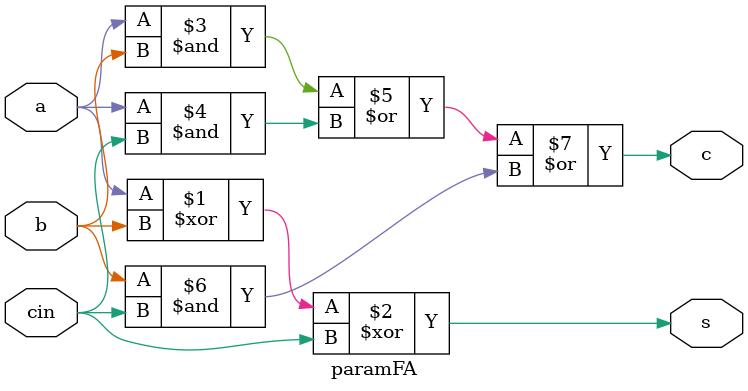
<source format=v>
`timescale 1ns / 1ps
module paramFA(a,b,cin,s,c);
input a,b,cin;
output s,c;

assign s = a^b^cin;
assign c = (a&b) | (a&cin) | (b&cin);
endmodule
</source>
